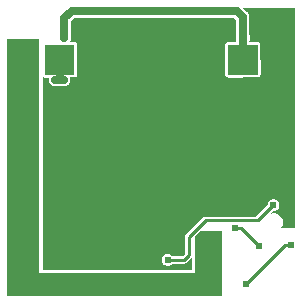
<source format=gbr>
G04 start of page 3 for group 1 idx 1 *
G04 Title: (unknown), bottom *
G04 Creator: pcb 4.0.2 *
G04 CreationDate: Mon Feb 22 18:20:50 2021 UTC *
G04 For: ndholmes *
G04 Format: Gerber/RS-274X *
G04 PCB-Dimensions (mil): 1800.00 1200.00 *
G04 PCB-Coordinate-Origin: lower left *
%MOIN*%
%FSLAX25Y25*%
%LNBOTTOM*%
%ADD25C,0.0390*%
%ADD24C,0.0120*%
%ADD23C,0.0240*%
%ADD22C,0.0250*%
%ADD21C,0.0100*%
%ADD20C,0.0001*%
G54D20*G36*
X12000Y12000D02*Y97500D01*
X22500D01*
Y12000D01*
X12000D01*
G37*
G36*
X21000Y19500D02*X83500D01*
Y12000D01*
X21000D01*
Y19500D01*
G37*
G36*
X76338Y33500D02*X83500D01*
Y12000D01*
X74500D01*
Y31662D01*
X76338Y33500D01*
G37*
G36*
X85590Y84748D02*X95590Y84757D01*
X95743Y84794D01*
X95889Y84854D01*
X96023Y84936D01*
X96143Y85039D01*
X96245Y85158D01*
X96327Y85292D01*
X96387Y85438D01*
X96424Y85591D01*
X96433Y85748D01*
X96424Y95748D01*
X96387Y95901D01*
X96327Y96046D01*
X96245Y96180D01*
X96143Y96300D01*
X96023Y96402D01*
X95889Y96485D01*
X95743Y96545D01*
X95590Y96582D01*
X95433Y96591D01*
X92750Y96588D01*
Y96805D01*
X92828Y97131D01*
X92850Y97500D01*
Y98500D01*
X92828Y98869D01*
X92750Y99195D01*
Y104912D01*
X92757Y105000D01*
X92729Y105353D01*
X92646Y105697D01*
X92607Y105793D01*
X92511Y106025D01*
X92396Y106212D01*
X92326Y106327D01*
X92326Y106327D01*
X92096Y106596D01*
X92029Y106653D01*
X90682Y108000D01*
X108000D01*
Y34500D01*
X103171D01*
X103394Y34761D01*
X103637Y35157D01*
X103814Y35586D01*
X103923Y36037D01*
X103950Y36500D01*
X103923Y36963D01*
X103814Y37414D01*
X103637Y37843D01*
X103394Y38239D01*
X103092Y38592D01*
X102739Y38894D01*
X102343Y39137D01*
X101914Y39314D01*
X101463Y39423D01*
X101000Y39459D01*
X100537Y39423D01*
X100086Y39314D01*
X99657Y39137D01*
X99261Y38894D01*
X99067Y38729D01*
X100595Y40256D01*
X100750Y40244D01*
X101064Y40269D01*
X101370Y40342D01*
X101661Y40462D01*
X101929Y40627D01*
X102169Y40831D01*
X102373Y41071D01*
X102538Y41339D01*
X102658Y41630D01*
X102731Y41936D01*
X102750Y42250D01*
X102731Y42564D01*
X102658Y42870D01*
X102538Y43161D01*
X102373Y43429D01*
X102169Y43669D01*
X101929Y43873D01*
X101661Y44038D01*
X101370Y44158D01*
X101064Y44231D01*
X100750Y44256D01*
X100436Y44231D01*
X100130Y44158D01*
X99839Y44038D01*
X99571Y43873D01*
X99331Y43669D01*
X99127Y43429D01*
X98962Y43161D01*
X98842Y42870D01*
X98769Y42564D01*
X98744Y42250D01*
X98756Y42095D01*
X95062Y38400D01*
X78151D01*
X78100Y38404D01*
X77896Y38388D01*
X77697Y38340D01*
X77508Y38262D01*
X77334Y38155D01*
X77333Y38155D01*
X77178Y38022D01*
X77145Y37983D01*
X73662Y34500D01*
X73500D01*
Y34338D01*
X71617Y32455D01*
X71578Y32422D01*
X71445Y32266D01*
X71338Y32092D01*
X71260Y31903D01*
X71212Y31704D01*
X71212Y31704D01*
X71196Y31500D01*
X71200Y31449D01*
Y26038D01*
X70462Y25300D01*
X67020D01*
X66919Y25419D01*
X66679Y25623D01*
X66411Y25788D01*
X66120Y25908D01*
X65814Y25981D01*
X65500Y26006D01*
X65186Y25981D01*
X64880Y25908D01*
X64589Y25788D01*
X64321Y25623D01*
X64081Y25419D01*
X63877Y25179D01*
X63712Y24911D01*
X63592Y24620D01*
X63519Y24314D01*
X63494Y24000D01*
X63519Y23686D01*
X63592Y23380D01*
X63712Y23089D01*
X63877Y22821D01*
X64081Y22581D01*
X64321Y22377D01*
X64589Y22212D01*
X64880Y22092D01*
X65186Y22019D01*
X65500Y21994D01*
X65814Y22019D01*
X66120Y22092D01*
X66411Y22212D01*
X66679Y22377D01*
X66919Y22581D01*
X67020Y22700D01*
X70949D01*
X71000Y22696D01*
X71204Y22712D01*
X71204Y22712D01*
X71403Y22760D01*
X71592Y22838D01*
X71766Y22945D01*
X71922Y23078D01*
X71955Y23117D01*
X73383Y24545D01*
X73422Y24578D01*
X73500Y24669D01*
Y20500D01*
X24000D01*
Y84922D01*
X24111Y84854D01*
X24257Y84794D01*
X24410Y84757D01*
X24567Y84748D01*
X26091Y84749D01*
X26044Y84635D01*
X25969Y84322D01*
X25944Y84000D01*
X25969Y83678D01*
X26044Y83365D01*
X26168Y83066D01*
X26336Y82791D01*
X26546Y82546D01*
X26791Y82336D01*
X27066Y82168D01*
X27365Y82044D01*
X27678Y81969D01*
X28000Y81950D01*
X29420D01*
X29500Y81944D01*
X29580Y81950D01*
X31000D01*
X31322Y81969D01*
X31635Y82044D01*
X31934Y82168D01*
X32209Y82336D01*
X32454Y82546D01*
X32664Y82791D01*
X32832Y83066D01*
X32956Y83365D01*
X33031Y83678D01*
X33056Y84000D01*
X33031Y84322D01*
X32956Y84635D01*
X32906Y84756D01*
X34567Y84757D01*
X34720Y84794D01*
X34865Y84854D01*
X34999Y84936D01*
X35119Y85039D01*
X35221Y85158D01*
X35303Y85292D01*
X35364Y85438D01*
X35400Y85591D01*
X35410Y85748D01*
X35400Y95748D01*
X35364Y95901D01*
X35303Y96046D01*
X35221Y96180D01*
X35119Y96300D01*
X34999Y96402D01*
X34865Y96485D01*
X34720Y96545D01*
X34567Y96582D01*
X34410Y96591D01*
X32754Y96589D01*
X32826Y96673D01*
X33011Y96975D01*
X33146Y97303D01*
X33229Y97647D01*
X33250Y98000D01*
Y103568D01*
X34432Y104750D01*
X87568D01*
X88250Y104068D01*
Y99195D01*
X88172Y98869D01*
X88150Y98500D01*
Y97500D01*
X88172Y97131D01*
X88250Y96805D01*
Y96584D01*
X85433Y96582D01*
X85280Y96545D01*
X85135Y96485D01*
X85001Y96402D01*
X84881Y96300D01*
X84779Y96180D01*
X84697Y96046D01*
X84636Y95901D01*
X84600Y95748D01*
X84590Y95591D01*
X84600Y85591D01*
X84636Y85438D01*
X84697Y85292D01*
X84779Y85158D01*
X84881Y85039D01*
X85001Y84936D01*
X85135Y84854D01*
X85280Y84794D01*
X85433Y84757D01*
X85590Y84748D01*
G37*
G54D21*X95600Y37100D02*X100750Y42250D01*
X91500Y16000D02*X104500Y29000D01*
X106500D01*
X96000Y28500D02*X90000Y34500D01*
X88000D01*
X95600Y37100D02*X78100D01*
X72500Y31500D01*
X65500Y24000D02*X71000D01*
X72500Y25500D01*
Y31500D01*
G54D22*X90500Y97500D02*X90512Y97488D01*
Y90669D01*
X90500Y97500D02*Y98500D01*
Y95000D02*X90512Y94988D01*
X28000Y84000D02*X31000D01*
X29500D02*Y90669D01*
X31000Y98000D02*Y104500D01*
X33500Y107000D01*
X88500D01*
X90500Y105000D01*
Y95000D01*
G54D20*G36*
X24567Y95591D02*Y85748D01*
X34410D01*
Y95591D01*
X24567D01*
G37*
G36*
X85590D02*Y85748D01*
X95433D01*
Y95591D01*
X85590D01*
G37*
G54D23*X14000Y95500D03*
Y92000D03*
Y88500D03*
X17500Y95500D03*
Y92000D03*
Y88500D03*
X31000Y98000D03*
X101500Y87000D03*
Y83500D03*
X31000Y101200D03*
X76400Y91000D03*
X33000Y49000D03*
X29500D03*
X26000D03*
Y45500D03*
Y42000D03*
X28000Y84000D03*
X31000D03*
X26000Y38500D03*
X56500Y45000D03*
X21500Y18000D03*
X19500Y16000D03*
X17500Y18000D03*
X47000Y23500D03*
X50000D03*
X40000Y74000D03*
Y70000D03*
Y66000D03*
X94000Y60500D03*
X90500D03*
X79500Y31000D03*
X76500D03*
X88000Y34500D03*
X106500Y29000D03*
X100750Y42250D03*
X65500Y24000D03*
X91500Y16000D03*
X96000Y28500D03*
X74000Y58000D03*
G54D24*G54D25*M02*

</source>
